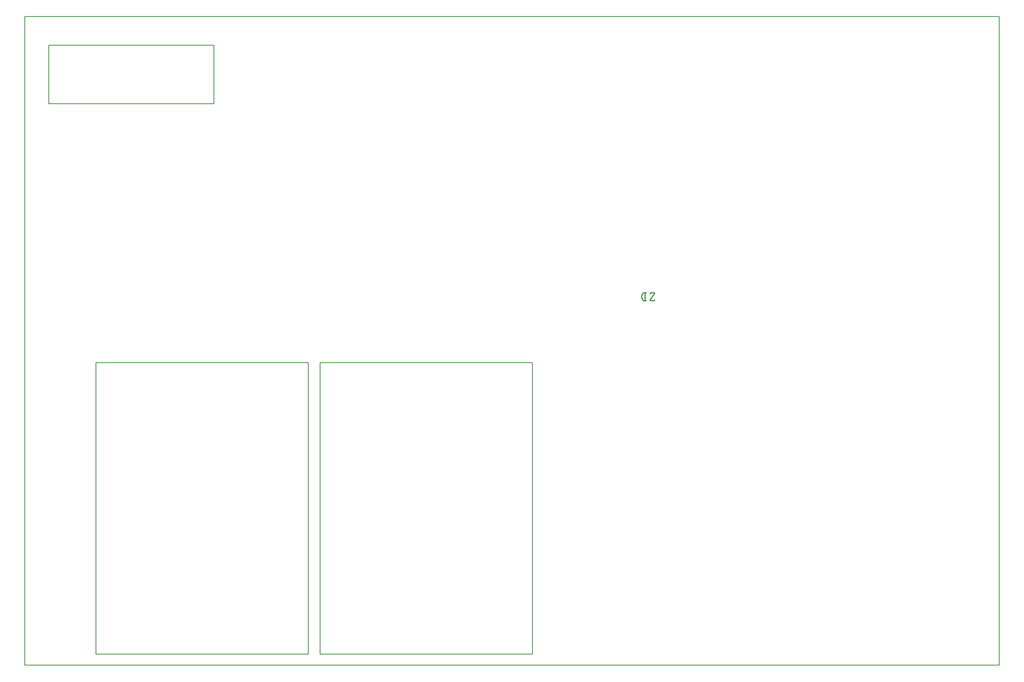
<source format=gbo>
G04 MADE WITH FRITZING*
G04 WWW.FRITZING.ORG*
G04 DOUBLE SIDED*
G04 HOLES PLATED*
G04 CONTOUR ON CENTER OF CONTOUR VECTOR*
%ASAXBY*%
%FSLAX23Y23*%
%MOIN*%
%OFA0B0*%
%SFA1.0B1.0*%
%ADD10R,8.267720X5.511820X8.251720X5.495820*%
%ADD11C,0.008000*%
%ADD12R,1.811020X2.480310X1.795020X2.464310*%
%ADD13R,1.405380X0.505008X1.389380X0.489008*%
%ADD14R,0.001000X0.001000*%
%LNSILK0*%
G90*
G70*
G54D11*
X4Y5508D02*
X8264Y5508D01*
X8264Y4D01*
X4Y4D01*
X4Y5508D01*
D02*
X2505Y2572D02*
X4308Y2572D01*
X4308Y100D01*
X2505Y100D01*
X2505Y2572D01*
D02*
X208Y5267D02*
X1605Y5267D01*
X1605Y4770D01*
X208Y4770D01*
X208Y5267D01*
D02*
X605Y2572D02*
X2408Y2572D01*
X2408Y100D01*
X605Y100D01*
X605Y2572D01*
D02*
G54D14*
X5251Y3170D02*
X5272Y3170D01*
X5310Y3170D02*
X5338Y3170D01*
X5247Y3169D02*
X5274Y3169D01*
X5307Y3169D02*
X5341Y3169D01*
X5245Y3168D02*
X5275Y3168D01*
X5305Y3168D02*
X5343Y3168D01*
X5244Y3167D02*
X5275Y3167D01*
X5304Y3167D02*
X5344Y3167D01*
X5243Y3166D02*
X5275Y3166D01*
X5303Y3166D02*
X5345Y3166D01*
X5242Y3165D02*
X5275Y3165D01*
X5302Y3165D02*
X5346Y3165D01*
X5241Y3164D02*
X5275Y3164D01*
X5301Y3164D02*
X5346Y3164D01*
X5240Y3163D02*
X5275Y3163D01*
X5300Y3163D02*
X5347Y3163D01*
X5240Y3162D02*
X5274Y3162D01*
X5300Y3162D02*
X5347Y3162D01*
X5239Y3161D02*
X5273Y3161D01*
X5299Y3161D02*
X5347Y3161D01*
X5239Y3160D02*
X5251Y3160D01*
X5256Y3160D02*
X5266Y3160D01*
X5299Y3160D02*
X5311Y3160D01*
X5338Y3160D02*
X5347Y3160D01*
X5238Y3159D02*
X5249Y3159D01*
X5257Y3159D02*
X5266Y3159D01*
X5299Y3159D02*
X5309Y3159D01*
X5338Y3159D02*
X5347Y3159D01*
X5238Y3158D02*
X5248Y3158D01*
X5257Y3158D02*
X5266Y3158D01*
X5299Y3158D02*
X5308Y3158D01*
X5338Y3158D02*
X5347Y3158D01*
X5237Y3157D02*
X5247Y3157D01*
X5257Y3157D02*
X5266Y3157D01*
X5299Y3157D02*
X5308Y3157D01*
X5337Y3157D02*
X5347Y3157D01*
X5237Y3156D02*
X5247Y3156D01*
X5257Y3156D02*
X5266Y3156D01*
X5299Y3156D02*
X5308Y3156D01*
X5336Y3156D02*
X5347Y3156D01*
X5236Y3155D02*
X5246Y3155D01*
X5257Y3155D02*
X5266Y3155D01*
X5299Y3155D02*
X5307Y3155D01*
X5336Y3155D02*
X5347Y3155D01*
X5236Y3154D02*
X5246Y3154D01*
X5257Y3154D02*
X5266Y3154D01*
X5300Y3154D02*
X5307Y3154D01*
X5335Y3154D02*
X5346Y3154D01*
X5235Y3153D02*
X5245Y3153D01*
X5257Y3153D02*
X5266Y3153D01*
X5300Y3153D02*
X5306Y3153D01*
X5334Y3153D02*
X5346Y3153D01*
X5235Y3152D02*
X5245Y3152D01*
X5257Y3152D02*
X5266Y3152D01*
X5302Y3152D02*
X5305Y3152D01*
X5333Y3152D02*
X5345Y3152D01*
X5234Y3151D02*
X5244Y3151D01*
X5257Y3151D02*
X5266Y3151D01*
X5333Y3151D02*
X5344Y3151D01*
X5234Y3150D02*
X5244Y3150D01*
X5257Y3150D02*
X5266Y3150D01*
X5332Y3150D02*
X5344Y3150D01*
X5233Y3149D02*
X5243Y3149D01*
X5257Y3149D02*
X5266Y3149D01*
X5331Y3149D02*
X5343Y3149D01*
X5233Y3148D02*
X5243Y3148D01*
X5257Y3148D02*
X5266Y3148D01*
X5330Y3148D02*
X5342Y3148D01*
X5232Y3147D02*
X5242Y3147D01*
X5257Y3147D02*
X5266Y3147D01*
X5329Y3147D02*
X5341Y3147D01*
X5232Y3146D02*
X5242Y3146D01*
X5257Y3146D02*
X5266Y3146D01*
X5329Y3146D02*
X5341Y3146D01*
X5231Y3145D02*
X5241Y3145D01*
X5257Y3145D02*
X5266Y3145D01*
X5328Y3145D02*
X5340Y3145D01*
X5231Y3144D02*
X5241Y3144D01*
X5257Y3144D02*
X5266Y3144D01*
X5327Y3144D02*
X5339Y3144D01*
X5230Y3143D02*
X5240Y3143D01*
X5257Y3143D02*
X5266Y3143D01*
X5326Y3143D02*
X5338Y3143D01*
X5230Y3142D02*
X5240Y3142D01*
X5257Y3142D02*
X5266Y3142D01*
X5326Y3142D02*
X5338Y3142D01*
X5229Y3141D02*
X5239Y3141D01*
X5257Y3141D02*
X5266Y3141D01*
X5325Y3141D02*
X5337Y3141D01*
X5229Y3140D02*
X5239Y3140D01*
X5257Y3140D02*
X5266Y3140D01*
X5324Y3140D02*
X5336Y3140D01*
X5228Y3139D02*
X5238Y3139D01*
X5257Y3139D02*
X5266Y3139D01*
X5323Y3139D02*
X5335Y3139D01*
X5228Y3138D02*
X5238Y3138D01*
X5257Y3138D02*
X5266Y3138D01*
X5322Y3138D02*
X5334Y3138D01*
X5228Y3137D02*
X5237Y3137D01*
X5257Y3137D02*
X5266Y3137D01*
X5322Y3137D02*
X5334Y3137D01*
X5227Y3136D02*
X5237Y3136D01*
X5257Y3136D02*
X5266Y3136D01*
X5321Y3136D02*
X5333Y3136D01*
X5227Y3135D02*
X5237Y3135D01*
X5257Y3135D02*
X5266Y3135D01*
X5320Y3135D02*
X5332Y3135D01*
X5227Y3134D02*
X5236Y3134D01*
X5257Y3134D02*
X5266Y3134D01*
X5319Y3134D02*
X5331Y3134D01*
X5227Y3133D02*
X5236Y3133D01*
X5257Y3133D02*
X5266Y3133D01*
X5319Y3133D02*
X5331Y3133D01*
X5227Y3132D02*
X5236Y3132D01*
X5257Y3132D02*
X5266Y3132D01*
X5318Y3132D02*
X5330Y3132D01*
X5227Y3131D02*
X5236Y3131D01*
X5257Y3131D02*
X5266Y3131D01*
X5317Y3131D02*
X5329Y3131D01*
X5227Y3130D02*
X5236Y3130D01*
X5257Y3130D02*
X5266Y3130D01*
X5316Y3130D02*
X5328Y3130D01*
X5227Y3129D02*
X5236Y3129D01*
X5257Y3129D02*
X5266Y3129D01*
X5315Y3129D02*
X5327Y3129D01*
X5227Y3128D02*
X5236Y3128D01*
X5257Y3128D02*
X5266Y3128D01*
X5315Y3128D02*
X5327Y3128D01*
X5227Y3127D02*
X5237Y3127D01*
X5257Y3127D02*
X5266Y3127D01*
X5314Y3127D02*
X5326Y3127D01*
X5228Y3126D02*
X5237Y3126D01*
X5257Y3126D02*
X5266Y3126D01*
X5313Y3126D02*
X5325Y3126D01*
X5228Y3125D02*
X5238Y3125D01*
X5257Y3125D02*
X5266Y3125D01*
X5312Y3125D02*
X5324Y3125D01*
X5228Y3124D02*
X5238Y3124D01*
X5257Y3124D02*
X5266Y3124D01*
X5312Y3124D02*
X5324Y3124D01*
X5228Y3123D02*
X5239Y3123D01*
X5257Y3123D02*
X5266Y3123D01*
X5311Y3123D02*
X5323Y3123D01*
X5229Y3122D02*
X5239Y3122D01*
X5257Y3122D02*
X5266Y3122D01*
X5310Y3122D02*
X5322Y3122D01*
X5229Y3121D02*
X5240Y3121D01*
X5257Y3121D02*
X5266Y3121D01*
X5309Y3121D02*
X5321Y3121D01*
X5230Y3120D02*
X5240Y3120D01*
X5257Y3120D02*
X5266Y3120D01*
X5308Y3120D02*
X5320Y3120D01*
X5230Y3119D02*
X5241Y3119D01*
X5257Y3119D02*
X5266Y3119D01*
X5308Y3119D02*
X5320Y3119D01*
X5231Y3118D02*
X5241Y3118D01*
X5257Y3118D02*
X5266Y3118D01*
X5307Y3118D02*
X5319Y3118D01*
X5231Y3117D02*
X5242Y3117D01*
X5257Y3117D02*
X5266Y3117D01*
X5306Y3117D02*
X5318Y3117D01*
X5232Y3116D02*
X5242Y3116D01*
X5257Y3116D02*
X5266Y3116D01*
X5305Y3116D02*
X5317Y3116D01*
X5232Y3115D02*
X5243Y3115D01*
X5257Y3115D02*
X5266Y3115D01*
X5305Y3115D02*
X5317Y3115D01*
X5233Y3114D02*
X5243Y3114D01*
X5257Y3114D02*
X5266Y3114D01*
X5304Y3114D02*
X5316Y3114D01*
X5233Y3113D02*
X5244Y3113D01*
X5257Y3113D02*
X5266Y3113D01*
X5303Y3113D02*
X5315Y3113D01*
X5234Y3112D02*
X5244Y3112D01*
X5257Y3112D02*
X5266Y3112D01*
X5302Y3112D02*
X5314Y3112D01*
X5234Y3111D02*
X5245Y3111D01*
X5257Y3111D02*
X5266Y3111D01*
X5301Y3111D02*
X5313Y3111D01*
X5235Y3110D02*
X5245Y3110D01*
X5257Y3110D02*
X5266Y3110D01*
X5301Y3110D02*
X5313Y3110D01*
X5341Y3110D02*
X5345Y3110D01*
X5235Y3109D02*
X5246Y3109D01*
X5257Y3109D02*
X5266Y3109D01*
X5300Y3109D02*
X5312Y3109D01*
X5340Y3109D02*
X5346Y3109D01*
X5236Y3108D02*
X5246Y3108D01*
X5257Y3108D02*
X5266Y3108D01*
X5300Y3108D02*
X5311Y3108D01*
X5339Y3108D02*
X5347Y3108D01*
X5236Y3107D02*
X5247Y3107D01*
X5257Y3107D02*
X5266Y3107D01*
X5299Y3107D02*
X5310Y3107D01*
X5339Y3107D02*
X5347Y3107D01*
X5237Y3106D02*
X5247Y3106D01*
X5257Y3106D02*
X5266Y3106D01*
X5299Y3106D02*
X5310Y3106D01*
X5338Y3106D02*
X5347Y3106D01*
X5237Y3105D02*
X5248Y3105D01*
X5257Y3105D02*
X5266Y3105D01*
X5299Y3105D02*
X5309Y3105D01*
X5338Y3105D02*
X5347Y3105D01*
X5238Y3104D02*
X5248Y3104D01*
X5257Y3104D02*
X5266Y3104D01*
X5299Y3104D02*
X5308Y3104D01*
X5338Y3104D02*
X5347Y3104D01*
X5238Y3103D02*
X5250Y3103D01*
X5257Y3103D02*
X5266Y3103D01*
X5299Y3103D02*
X5308Y3103D01*
X5337Y3103D02*
X5347Y3103D01*
X5239Y3102D02*
X5272Y3102D01*
X5299Y3102D02*
X5347Y3102D01*
X5239Y3101D02*
X5274Y3101D01*
X5299Y3101D02*
X5347Y3101D01*
X5240Y3100D02*
X5275Y3100D01*
X5299Y3100D02*
X5346Y3100D01*
X5240Y3099D02*
X5275Y3099D01*
X5300Y3099D02*
X5346Y3099D01*
X5241Y3098D02*
X5275Y3098D01*
X5300Y3098D02*
X5345Y3098D01*
X5242Y3097D02*
X5275Y3097D01*
X5301Y3097D02*
X5344Y3097D01*
X5243Y3096D02*
X5275Y3096D01*
X5302Y3096D02*
X5343Y3096D01*
X5244Y3095D02*
X5275Y3095D01*
X5303Y3095D02*
X5342Y3095D01*
X5246Y3094D02*
X5274Y3094D01*
X5304Y3094D02*
X5340Y3094D01*
X5248Y3093D02*
X5273Y3093D01*
X5306Y3093D02*
X5338Y3093D01*
D02*
G04 End of Silk0*
M02*
</source>
